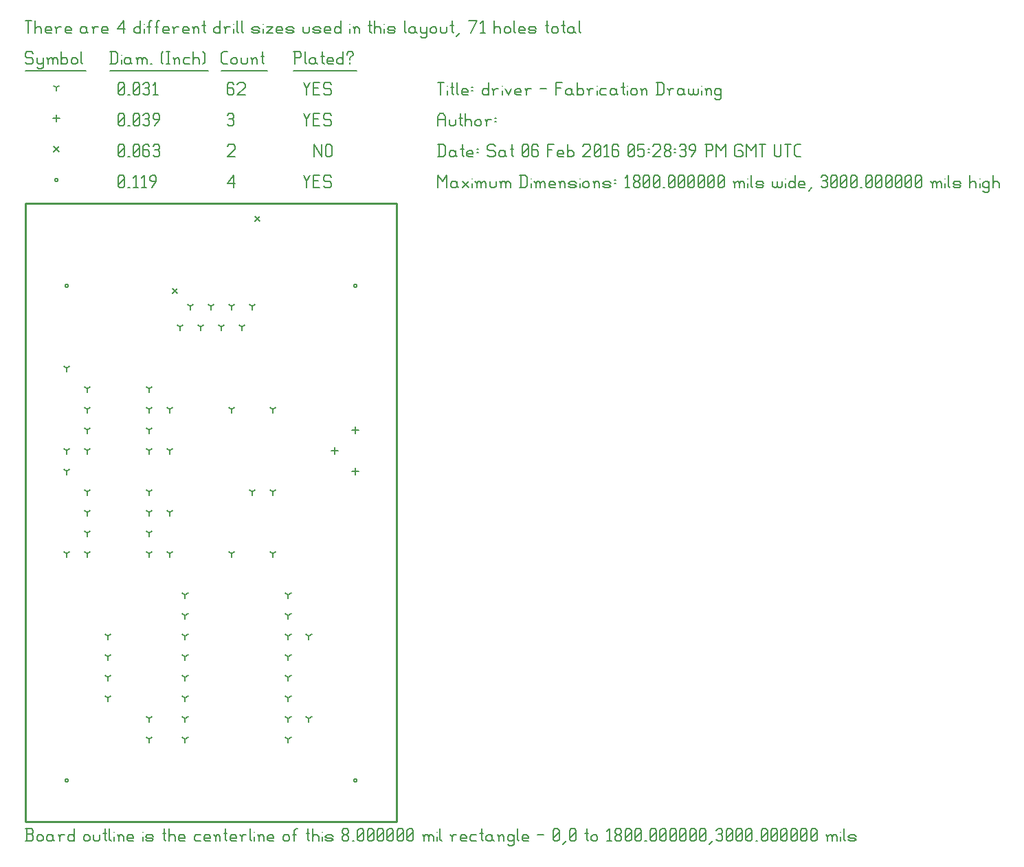
<source format=gbr>
From c3ca4f95bd59f69d45e582a4149327f57a360760 Mon Sep 17 00:00:00 2001
From: jaseg <git@jaseg.de>
Date: Sun, 30 Jan 2022 20:11:38 +0100
Subject: Rename gerbonara/gerber package to just gerbonara

---
 gerbonara/tests/resources/geda/driver.fab.gbr | 2303 +++++++++++++++++++++++++
 1 file changed, 2303 insertions(+)
 create mode 100644 gerbonara/tests/resources/geda/driver.fab.gbr

(limited to 'gerbonara/tests/resources/geda/driver.fab.gbr')

diff --git a/gerbonara/tests/resources/geda/driver.fab.gbr b/gerbonara/tests/resources/geda/driver.fab.gbr
new file mode 100644
index 0000000..6513de1
--- /dev/null
+++ b/gerbonara/tests/resources/geda/driver.fab.gbr
@@ -0,0 +1,2303 @@
+G04 start of page 10 for group -3984 idx -3984 *
+G04 Title: driver, fab *
+G04 Creator: pcb 20140316 *
+G04 CreationDate: Sat 06 Feb 2016 05:28:39 PM GMT UTC *
+G04 For: rxdtxd *
+G04 Format: Gerber/RS-274X *
+G04 PCB-Dimensions (mil): 1800.00 3000.00 *
+G04 PCB-Coordinate-Origin: lower left *
+%MOIN*%
+%FSLAX25Y25*%
+%LNFAB*%
+%ADD58C,0.0100*%
+%ADD57C,0.0075*%
+%ADD56C,0.0060*%
+%ADD55C,0.0080*%
+G54D55*X159200Y260000D02*G75*G03X160800Y260000I800J0D01*G01*
+G75*G03X159200Y260000I-800J0D01*G01*
+X19200D02*G75*G03X20800Y260000I800J0D01*G01*
+G75*G03X19200Y260000I-800J0D01*G01*
+Y20000D02*G75*G03X20800Y20000I800J0D01*G01*
+G75*G03X19200Y20000I-800J0D01*G01*
+X159200D02*G75*G03X160800Y20000I800J0D01*G01*
+G75*G03X159200Y20000I-800J0D01*G01*
+X14200Y311250D02*G75*G03X15800Y311250I800J0D01*G01*
+G75*G03X14200Y311250I-800J0D01*G01*
+G54D56*X135000Y313500D02*X136500Y310500D01*
+X138000Y313500D01*
+X136500Y310500D02*Y307500D01*
+X139800Y310800D02*X142050D01*
+X139800Y307500D02*X142800D01*
+X139800Y313500D02*Y307500D01*
+Y313500D02*X142800D01*
+X147600D02*X148350Y312750D01*
+X145350Y313500D02*X147600D01*
+X144600Y312750D02*X145350Y313500D01*
+X144600Y312750D02*Y311250D01*
+X145350Y310500D01*
+X147600D01*
+X148350Y309750D01*
+Y308250D01*
+X147600Y307500D02*X148350Y308250D01*
+X145350Y307500D02*X147600D01*
+X144600Y308250D02*X145350Y307500D01*
+X98000Y309750D02*X101000Y313500D01*
+X98000Y309750D02*X101750D01*
+X101000Y313500D02*Y307500D01*
+X45000Y308250D02*X45750Y307500D01*
+X45000Y312750D02*Y308250D01*
+Y312750D02*X45750Y313500D01*
+X47250D01*
+X48000Y312750D01*
+Y308250D01*
+X47250Y307500D02*X48000Y308250D01*
+X45750Y307500D02*X47250D01*
+X45000Y309000D02*X48000Y312000D01*
+X49800Y307500D02*X50550D01*
+X52350Y312300D02*X53550Y313500D01*
+Y307500D01*
+X52350D02*X54600D01*
+X56400Y312300D02*X57600Y313500D01*
+Y307500D01*
+X56400D02*X58650D01*
+X61200D02*X63450Y310500D01*
+Y312750D02*Y310500D01*
+X62700Y313500D02*X63450Y312750D01*
+X61200Y313500D02*X62700D01*
+X60450Y312750D02*X61200Y313500D01*
+X60450Y312750D02*Y311250D01*
+X61200Y310500D01*
+X63450D01*
+X111300Y293700D02*X113700Y291300D01*
+X111300D02*X113700Y293700D01*
+X71300Y258700D02*X73700Y256300D01*
+X71300D02*X73700Y258700D01*
+X13800Y327450D02*X16200Y325050D01*
+X13800D02*X16200Y327450D01*
+X140000Y328500D02*Y322500D01*
+Y328500D02*X143750Y322500D01*
+Y328500D02*Y322500D01*
+X145550Y327750D02*Y323250D01*
+Y327750D02*X146300Y328500D01*
+X147800D01*
+X148550Y327750D01*
+Y323250D01*
+X147800Y322500D02*X148550Y323250D01*
+X146300Y322500D02*X147800D01*
+X145550Y323250D02*X146300Y322500D01*
+X98000Y327750D02*X98750Y328500D01*
+X101000D01*
+X101750Y327750D01*
+Y326250D01*
+X98000Y322500D02*X101750Y326250D01*
+X98000Y322500D02*X101750D01*
+X45000Y323250D02*X45750Y322500D01*
+X45000Y327750D02*Y323250D01*
+Y327750D02*X45750Y328500D01*
+X47250D01*
+X48000Y327750D01*
+Y323250D01*
+X47250Y322500D02*X48000Y323250D01*
+X45750Y322500D02*X47250D01*
+X45000Y324000D02*X48000Y327000D01*
+X49800Y322500D02*X50550D01*
+X52350Y323250D02*X53100Y322500D01*
+X52350Y327750D02*Y323250D01*
+Y327750D02*X53100Y328500D01*
+X54600D01*
+X55350Y327750D01*
+Y323250D01*
+X54600Y322500D02*X55350Y323250D01*
+X53100Y322500D02*X54600D01*
+X52350Y324000D02*X55350Y327000D01*
+X59400Y328500D02*X60150Y327750D01*
+X57900Y328500D02*X59400D01*
+X57150Y327750D02*X57900Y328500D01*
+X57150Y327750D02*Y323250D01*
+X57900Y322500D01*
+X59400Y325800D02*X60150Y325050D01*
+X57150Y325800D02*X59400D01*
+X57900Y322500D02*X59400D01*
+X60150Y323250D01*
+Y325050D02*Y323250D01*
+X61950Y327750D02*X62700Y328500D01*
+X64200D01*
+X64950Y327750D01*
+X64200Y322500D02*X64950Y323250D01*
+X62700Y322500D02*X64200D01*
+X61950Y323250D02*X62700Y322500D01*
+Y325800D02*X64200D01*
+X64950Y327750D02*Y326550D01*
+Y325050D02*Y323250D01*
+Y325050D02*X64200Y325800D01*
+X64950Y326550D02*X64200Y325800D01*
+X160000Y191600D02*Y188400D01*
+X158400Y190000D02*X161600D01*
+X150000Y181600D02*Y178400D01*
+X148400Y180000D02*X151600D01*
+X160000Y171600D02*Y168400D01*
+X158400Y170000D02*X161600D01*
+X15000Y342850D02*Y339650D01*
+X13400Y341250D02*X16600D01*
+X135000Y343500D02*X136500Y340500D01*
+X138000Y343500D01*
+X136500Y340500D02*Y337500D01*
+X139800Y340800D02*X142050D01*
+X139800Y337500D02*X142800D01*
+X139800Y343500D02*Y337500D01*
+Y343500D02*X142800D01*
+X147600D02*X148350Y342750D01*
+X145350Y343500D02*X147600D01*
+X144600Y342750D02*X145350Y343500D01*
+X144600Y342750D02*Y341250D01*
+X145350Y340500D01*
+X147600D01*
+X148350Y339750D01*
+Y338250D01*
+X147600Y337500D02*X148350Y338250D01*
+X145350Y337500D02*X147600D01*
+X144600Y338250D02*X145350Y337500D01*
+X98000Y342750D02*X98750Y343500D01*
+X100250D01*
+X101000Y342750D01*
+X100250Y337500D02*X101000Y338250D01*
+X98750Y337500D02*X100250D01*
+X98000Y338250D02*X98750Y337500D01*
+Y340800D02*X100250D01*
+X101000Y342750D02*Y341550D01*
+Y340050D02*Y338250D01*
+Y340050D02*X100250Y340800D01*
+X101000Y341550D02*X100250Y340800D01*
+X45000Y338250D02*X45750Y337500D01*
+X45000Y342750D02*Y338250D01*
+Y342750D02*X45750Y343500D01*
+X47250D01*
+X48000Y342750D01*
+Y338250D01*
+X47250Y337500D02*X48000Y338250D01*
+X45750Y337500D02*X47250D01*
+X45000Y339000D02*X48000Y342000D01*
+X49800Y337500D02*X50550D01*
+X52350Y338250D02*X53100Y337500D01*
+X52350Y342750D02*Y338250D01*
+Y342750D02*X53100Y343500D01*
+X54600D01*
+X55350Y342750D01*
+Y338250D01*
+X54600Y337500D02*X55350Y338250D01*
+X53100Y337500D02*X54600D01*
+X52350Y339000D02*X55350Y342000D01*
+X57150Y342750D02*X57900Y343500D01*
+X59400D01*
+X60150Y342750D01*
+X59400Y337500D02*X60150Y338250D01*
+X57900Y337500D02*X59400D01*
+X57150Y338250D02*X57900Y337500D01*
+Y340800D02*X59400D01*
+X60150Y342750D02*Y341550D01*
+Y340050D02*Y338250D01*
+Y340050D02*X59400Y340800D01*
+X60150Y341550D02*X59400Y340800D01*
+X62700Y337500D02*X64950Y340500D01*
+Y342750D02*Y340500D01*
+X64200Y343500D02*X64950Y342750D01*
+X62700Y343500D02*X64200D01*
+X61950Y342750D02*X62700Y343500D01*
+X61950Y342750D02*Y341250D01*
+X62700Y340500D01*
+X64950D01*
+X110000Y250000D02*Y248400D01*
+Y250000D02*X111387Y250800D01*
+X110000Y250000D02*X108613Y250800D01*
+X105000Y240000D02*Y238400D01*
+Y240000D02*X106387Y240800D01*
+X105000Y240000D02*X103613Y240800D01*
+X100000Y250000D02*Y248400D01*
+Y250000D02*X101387Y250800D01*
+X100000Y250000D02*X98613Y250800D01*
+X95000Y240000D02*Y238400D01*
+Y240000D02*X96387Y240800D01*
+X95000Y240000D02*X93613Y240800D01*
+X90000Y250000D02*Y248400D01*
+Y250000D02*X91387Y250800D01*
+X90000Y250000D02*X88613Y250800D01*
+X85000Y240000D02*Y238400D01*
+Y240000D02*X86387Y240800D01*
+X85000Y240000D02*X83613Y240800D01*
+X80000Y250000D02*Y248400D01*
+Y250000D02*X81387Y250800D01*
+X80000Y250000D02*X78613Y250800D01*
+X75000Y240000D02*Y238400D01*
+Y240000D02*X76387Y240800D01*
+X75000Y240000D02*X73613Y240800D01*
+X120000Y200000D02*Y198400D01*
+Y200000D02*X121387Y200800D01*
+X120000Y200000D02*X118613Y200800D01*
+X100000Y200000D02*Y198400D01*
+Y200000D02*X101387Y200800D01*
+X100000Y200000D02*X98613Y200800D01*
+X100000Y130000D02*Y128400D01*
+Y130000D02*X101387Y130800D01*
+X100000Y130000D02*X98613Y130800D01*
+X120000Y130000D02*Y128400D01*
+Y130000D02*X121387Y130800D01*
+X120000Y130000D02*X118613Y130800D01*
+X70000Y180000D02*Y178400D01*
+Y180000D02*X71387Y180800D01*
+X70000Y180000D02*X68613Y180800D01*
+X70000Y200000D02*Y198400D01*
+Y200000D02*X71387Y200800D01*
+X70000Y200000D02*X68613Y200800D01*
+X30000Y210000D02*Y208400D01*
+Y210000D02*X31387Y210800D01*
+X30000Y210000D02*X28613Y210800D01*
+X30000Y200000D02*Y198400D01*
+Y200000D02*X31387Y200800D01*
+X30000Y200000D02*X28613Y200800D01*
+X30000Y190000D02*Y188400D01*
+Y190000D02*X31387Y190800D01*
+X30000Y190000D02*X28613Y190800D01*
+X30000Y180000D02*Y178400D01*
+Y180000D02*X31387Y180800D01*
+X30000Y180000D02*X28613Y180800D01*
+X60000Y180000D02*Y178400D01*
+Y180000D02*X61387Y180800D01*
+X60000Y180000D02*X58613Y180800D01*
+X60000Y190000D02*Y188400D01*
+Y190000D02*X61387Y190800D01*
+X60000Y190000D02*X58613Y190800D01*
+X60000Y200000D02*Y198400D01*
+Y200000D02*X61387Y200800D01*
+X60000Y200000D02*X58613Y200800D01*
+X60000Y210000D02*Y208400D01*
+Y210000D02*X61387Y210800D01*
+X60000Y210000D02*X58613Y210800D01*
+X30000Y160000D02*Y158400D01*
+Y160000D02*X31387Y160800D01*
+X30000Y160000D02*X28613Y160800D01*
+X30000Y150000D02*Y148400D01*
+Y150000D02*X31387Y150800D01*
+X30000Y150000D02*X28613Y150800D01*
+X30000Y140000D02*Y138400D01*
+Y140000D02*X31387Y140800D01*
+X30000Y140000D02*X28613Y140800D01*
+X30000Y130000D02*Y128400D01*
+Y130000D02*X31387Y130800D01*
+X30000Y130000D02*X28613Y130800D01*
+X60000Y130000D02*Y128400D01*
+Y130000D02*X61387Y130800D01*
+X60000Y130000D02*X58613Y130800D01*
+X60000Y140000D02*Y138400D01*
+Y140000D02*X61387Y140800D01*
+X60000Y140000D02*X58613Y140800D01*
+X60000Y150000D02*Y148400D01*
+Y150000D02*X61387Y150800D01*
+X60000Y150000D02*X58613Y150800D01*
+X60000Y160000D02*Y158400D01*
+Y160000D02*X61387Y160800D01*
+X60000Y160000D02*X58613Y160800D01*
+X70000Y130000D02*Y128400D01*
+Y130000D02*X71387Y130800D01*
+X70000Y130000D02*X68613Y130800D01*
+X70000Y150000D02*Y148400D01*
+Y150000D02*X71387Y150800D01*
+X70000Y150000D02*X68613Y150800D01*
+X20000Y170000D02*Y168400D01*
+Y170000D02*X21387Y170800D01*
+X20000Y170000D02*X18613Y170800D01*
+X20000Y130000D02*Y128400D01*
+Y130000D02*X21387Y130800D01*
+X20000Y130000D02*X18613Y130800D01*
+X20000Y220000D02*Y218400D01*
+Y220000D02*X21387Y220800D01*
+X20000Y220000D02*X18613Y220800D01*
+X20000Y180000D02*Y178400D01*
+Y180000D02*X21387Y180800D01*
+X20000Y180000D02*X18613Y180800D01*
+X120000Y160000D02*Y158400D01*
+Y160000D02*X121387Y160800D01*
+X120000Y160000D02*X118613Y160800D01*
+X110000Y160000D02*Y158400D01*
+Y160000D02*X111387Y160800D01*
+X110000Y160000D02*X108613Y160800D01*
+X77500Y110000D02*Y108400D01*
+Y110000D02*X78887Y110800D01*
+X77500Y110000D02*X76113Y110800D01*
+X77500Y100000D02*Y98400D01*
+Y100000D02*X78887Y100800D01*
+X77500Y100000D02*X76113Y100800D01*
+X77500Y90000D02*Y88400D01*
+Y90000D02*X78887Y90800D01*
+X77500Y90000D02*X76113Y90800D01*
+X77500Y80000D02*Y78400D01*
+Y80000D02*X78887Y80800D01*
+X77500Y80000D02*X76113Y80800D01*
+X77500Y70000D02*Y68400D01*
+Y70000D02*X78887Y70800D01*
+X77500Y70000D02*X76113Y70800D01*
+X77500Y60000D02*Y58400D01*
+Y60000D02*X78887Y60800D01*
+X77500Y60000D02*X76113Y60800D01*
+X77500Y50000D02*Y48400D01*
+Y50000D02*X78887Y50800D01*
+X77500Y50000D02*X76113Y50800D01*
+X77500Y40000D02*Y38400D01*
+Y40000D02*X78887Y40800D01*
+X77500Y40000D02*X76113Y40800D01*
+X127500Y40000D02*Y38400D01*
+Y40000D02*X128887Y40800D01*
+X127500Y40000D02*X126113Y40800D01*
+X127500Y50000D02*Y48400D01*
+Y50000D02*X128887Y50800D01*
+X127500Y50000D02*X126113Y50800D01*
+X127500Y60000D02*Y58400D01*
+Y60000D02*X128887Y60800D01*
+X127500Y60000D02*X126113Y60800D01*
+X127500Y70000D02*Y68400D01*
+Y70000D02*X128887Y70800D01*
+X127500Y70000D02*X126113Y70800D01*
+X127500Y80000D02*Y78400D01*
+Y80000D02*X128887Y80800D01*
+X127500Y80000D02*X126113Y80800D01*
+X127500Y90000D02*Y88400D01*
+Y90000D02*X128887Y90800D01*
+X127500Y90000D02*X126113Y90800D01*
+X127500Y100000D02*Y98400D01*
+Y100000D02*X128887Y100800D01*
+X127500Y100000D02*X126113Y100800D01*
+X127500Y110000D02*Y108400D01*
+Y110000D02*X128887Y110800D01*
+X127500Y110000D02*X126113Y110800D01*
+X60000Y40000D02*Y38400D01*
+Y40000D02*X61387Y40800D01*
+X60000Y40000D02*X58613Y40800D01*
+X60000Y50000D02*Y48400D01*
+Y50000D02*X61387Y50800D01*
+X60000Y50000D02*X58613Y50800D01*
+X137500Y90000D02*Y88400D01*
+Y90000D02*X138887Y90800D01*
+X137500Y90000D02*X136113Y90800D01*
+X137500Y50000D02*Y48400D01*
+Y50000D02*X138887Y50800D01*
+X137500Y50000D02*X136113Y50800D01*
+X40000Y90000D02*Y88400D01*
+Y90000D02*X41387Y90800D01*
+X40000Y90000D02*X38613Y90800D01*
+X40000Y80000D02*Y78400D01*
+Y80000D02*X41387Y80800D01*
+X40000Y80000D02*X38613Y80800D01*
+X40000Y70000D02*Y68400D01*
+Y70000D02*X41387Y70800D01*
+X40000Y70000D02*X38613Y70800D01*
+X40000Y60000D02*Y58400D01*
+Y60000D02*X41387Y60800D01*
+X40000Y60000D02*X38613Y60800D01*
+X15000Y356250D02*Y354650D01*
+Y356250D02*X16387Y357050D01*
+X15000Y356250D02*X13613Y357050D01*
+X135000Y358500D02*X136500Y355500D01*
+X138000Y358500D01*
+X136500Y355500D02*Y352500D01*
+X139800Y355800D02*X142050D01*
+X139800Y352500D02*X142800D01*
+X139800Y358500D02*Y352500D01*
+Y358500D02*X142800D01*
+X147600D02*X148350Y357750D01*
+X145350Y358500D02*X147600D01*
+X144600Y357750D02*X145350Y358500D01*
+X144600Y357750D02*Y356250D01*
+X145350Y355500D01*
+X147600D01*
+X148350Y354750D01*
+Y353250D01*
+X147600Y352500D02*X148350Y353250D01*
+X145350Y352500D02*X147600D01*
+X144600Y353250D02*X145350Y352500D01*
+X100250Y358500D02*X101000Y357750D01*
+X98750Y358500D02*X100250D01*
+X98000Y357750D02*X98750Y358500D01*
+X98000Y357750D02*Y353250D01*
+X98750Y352500D01*
+X100250Y355800D02*X101000Y355050D01*
+X98000Y355800D02*X100250D01*
+X98750Y352500D02*X100250D01*
+X101000Y353250D01*
+Y355050D02*Y353250D01*
+X102800Y357750D02*X103550Y358500D01*
+X105800D01*
+X106550Y357750D01*
+Y356250D01*
+X102800Y352500D02*X106550Y356250D01*
+X102800Y352500D02*X106550D01*
+X45000Y353250D02*X45750Y352500D01*
+X45000Y357750D02*Y353250D01*
+Y357750D02*X45750Y358500D01*
+X47250D01*
+X48000Y357750D01*
+Y353250D01*
+X47250Y352500D02*X48000Y353250D01*
+X45750Y352500D02*X47250D01*
+X45000Y354000D02*X48000Y357000D01*
+X49800Y352500D02*X50550D01*
+X52350Y353250D02*X53100Y352500D01*
+X52350Y357750D02*Y353250D01*
+Y357750D02*X53100Y358500D01*
+X54600D01*
+X55350Y357750D01*
+Y353250D01*
+X54600Y352500D02*X55350Y353250D01*
+X53100Y352500D02*X54600D01*
+X52350Y354000D02*X55350Y357000D01*
+X57150Y357750D02*X57900Y358500D01*
+X59400D01*
+X60150Y357750D01*
+X59400Y352500D02*X60150Y353250D01*
+X57900Y352500D02*X59400D01*
+X57150Y353250D02*X57900Y352500D01*
+Y355800D02*X59400D01*
+X60150Y357750D02*Y356550D01*
+Y355050D02*Y353250D01*
+Y355050D02*X59400Y355800D01*
+X60150Y356550D02*X59400Y355800D01*
+X61950Y357300D02*X63150Y358500D01*
+Y352500D01*
+X61950D02*X64200D01*
+X3000Y373500D02*X3750Y372750D01*
+X750Y373500D02*X3000D01*
+X0Y372750D02*X750Y373500D01*
+X0Y372750D02*Y371250D01*
+X750Y370500D01*
+X3000D01*
+X3750Y369750D01*
+Y368250D01*
+X3000Y367500D02*X3750Y368250D01*
+X750Y367500D02*X3000D01*
+X0Y368250D02*X750Y367500D01*
+X5550Y370500D02*Y368250D01*
+X6300Y367500D01*
+X8550Y370500D02*Y366000D01*
+X7800Y365250D02*X8550Y366000D01*
+X6300Y365250D02*X7800D01*
+X5550Y366000D02*X6300Y365250D01*
+Y367500D02*X7800D01*
+X8550Y368250D01*
+X11100Y369750D02*Y367500D01*
+Y369750D02*X11850Y370500D01*
+X12600D01*
+X13350Y369750D01*
+Y367500D01*
+Y369750D02*X14100Y370500D01*
+X14850D01*
+X15600Y369750D01*
+Y367500D01*
+X10350Y370500D02*X11100Y369750D01*
+X17400Y373500D02*Y367500D01*
+Y368250D02*X18150Y367500D01*
+X19650D01*
+X20400Y368250D01*
+Y369750D02*Y368250D01*
+X19650Y370500D02*X20400Y369750D01*
+X18150Y370500D02*X19650D01*
+X17400Y369750D02*X18150Y370500D01*
+X22200Y369750D02*Y368250D01*
+Y369750D02*X22950Y370500D01*
+X24450D01*
+X25200Y369750D01*
+Y368250D01*
+X24450Y367500D02*X25200Y368250D01*
+X22950Y367500D02*X24450D01*
+X22200Y368250D02*X22950Y367500D01*
+X27000Y373500D02*Y368250D01*
+X27750Y367500D01*
+X0Y364250D02*X29250D01*
+X41750Y373500D02*Y367500D01*
+X43700Y373500D02*X44750Y372450D01*
+Y368550D01*
+X43700Y367500D02*X44750Y368550D01*
+X41000Y367500D02*X43700D01*
+X41000Y373500D02*X43700D01*
+G54D57*X46550Y372000D02*Y371850D01*
+G54D56*Y369750D02*Y367500D01*
+X50300Y370500D02*X51050Y369750D01*
+X48800Y370500D02*X50300D01*
+X48050Y369750D02*X48800Y370500D01*
+X48050Y369750D02*Y368250D01*
+X48800Y367500D01*
+X51050Y370500D02*Y368250D01*
+X51800Y367500D01*
+X48800D02*X50300D01*
+X51050Y368250D01*
+X54350Y369750D02*Y367500D01*
+Y369750D02*X55100Y370500D01*
+X55850D01*
+X56600Y369750D01*
+Y367500D01*
+Y369750D02*X57350Y370500D01*
+X58100D01*
+X58850Y369750D01*
+Y367500D01*
+X53600Y370500D02*X54350Y369750D01*
+X60650Y367500D02*X61400D01*
+X65900Y368250D02*X66650Y367500D01*
+X65900Y372750D02*X66650Y373500D01*
+X65900Y372750D02*Y368250D01*
+X68450Y373500D02*X69950D01*
+X69200D02*Y367500D01*
+X68450D02*X69950D01*
+X72500Y369750D02*Y367500D01*
+Y369750D02*X73250Y370500D01*
+X74000D01*
+X74750Y369750D01*
+Y367500D01*
+X71750Y370500D02*X72500Y369750D01*
+X77300Y370500D02*X79550D01*
+X76550Y369750D02*X77300Y370500D01*
+X76550Y369750D02*Y368250D01*
+X77300Y367500D01*
+X79550D01*
+X81350Y373500D02*Y367500D01*
+Y369750D02*X82100Y370500D01*
+X83600D01*
+X84350Y369750D01*
+Y367500D01*
+X86150Y373500D02*X86900Y372750D01*
+Y368250D01*
+X86150Y367500D02*X86900Y368250D01*
+X41000Y364250D02*X88700D01*
+X96050Y367500D02*X98000D01*
+X95000Y368550D02*X96050Y367500D01*
+X95000Y372450D02*Y368550D01*
+Y372450D02*X96050Y373500D01*
+X98000D01*
+X99800Y369750D02*Y368250D01*
+Y369750D02*X100550Y370500D01*
+X102050D01*
+X102800Y369750D01*
+Y368250D01*
+X102050Y367500D02*X102800Y368250D01*
+X100550Y367500D02*X102050D01*
+X99800Y368250D02*X100550Y367500D01*
+X104600Y370500D02*Y368250D01*
+X105350Y367500D01*
+X106850D01*
+X107600Y368250D01*
+Y370500D02*Y368250D01*
+X110150Y369750D02*Y367500D01*
+Y369750D02*X110900Y370500D01*
+X111650D01*
+X112400Y369750D01*
+Y367500D01*
+X109400Y370500D02*X110150Y369750D01*
+X114950Y373500D02*Y368250D01*
+X115700Y367500D01*
+X114200Y371250D02*X115700D01*
+X95000Y364250D02*X117200D01*
+X130750Y373500D02*Y367500D01*
+X130000Y373500D02*X133000D01*
+X133750Y372750D01*
+Y371250D01*
+X133000Y370500D02*X133750Y371250D01*
+X130750Y370500D02*X133000D01*
+X135550Y373500D02*Y368250D01*
+X136300Y367500D01*
+X140050Y370500D02*X140800Y369750D01*
+X138550Y370500D02*X140050D01*
+X137800Y369750D02*X138550Y370500D01*
+X137800Y369750D02*Y368250D01*
+X138550Y367500D01*
+X140800Y370500D02*Y368250D01*
+X141550Y367500D01*
+X138550D02*X140050D01*
+X140800Y368250D01*
+X144100Y373500D02*Y368250D01*
+X144850Y367500D01*
+X143350Y371250D02*X144850D01*
+X147100Y367500D02*X149350D01*
+X146350Y368250D02*X147100Y367500D01*
+X146350Y369750D02*Y368250D01*
+Y369750D02*X147100Y370500D01*
+X148600D01*
+X149350Y369750D01*
+X146350Y369000D02*X149350D01*
+Y369750D02*Y369000D01*
+X154150Y373500D02*Y367500D01*
+X153400D02*X154150Y368250D01*
+X151900Y367500D02*X153400D01*
+X151150Y368250D02*X151900Y367500D01*
+X151150Y369750D02*Y368250D01*
+Y369750D02*X151900Y370500D01*
+X153400D01*
+X154150Y369750D01*
+X157450Y370500D02*Y369750D01*
+Y368250D02*Y367500D01*
+X155950Y372750D02*Y372000D01*
+Y372750D02*X156700Y373500D01*
+X158200D01*
+X158950Y372750D01*
+Y372000D01*
+X157450Y370500D02*X158950Y372000D01*
+X130000Y364250D02*X160750D01*
+X0Y388500D02*X3000D01*
+X1500D02*Y382500D01*
+X4800Y388500D02*Y382500D01*
+Y384750D02*X5550Y385500D01*
+X7050D01*
+X7800Y384750D01*
+Y382500D01*
+X10350D02*X12600D01*
+X9600Y383250D02*X10350Y382500D01*
+X9600Y384750D02*Y383250D01*
+Y384750D02*X10350Y385500D01*
+X11850D01*
+X12600Y384750D01*
+X9600Y384000D02*X12600D01*
+Y384750D02*Y384000D01*
+X15150Y384750D02*Y382500D01*
+Y384750D02*X15900Y385500D01*
+X17400D01*
+X14400D02*X15150Y384750D01*
+X19950Y382500D02*X22200D01*
+X19200Y383250D02*X19950Y382500D01*
+X19200Y384750D02*Y383250D01*
+Y384750D02*X19950Y385500D01*
+X21450D01*
+X22200Y384750D01*
+X19200Y384000D02*X22200D01*
+Y384750D02*Y384000D01*
+X28950Y385500D02*X29700Y384750D01*
+X27450Y385500D02*X28950D01*
+X26700Y384750D02*X27450Y385500D01*
+X26700Y384750D02*Y383250D01*
+X27450Y382500D01*
+X29700Y385500D02*Y383250D01*
+X30450Y382500D01*
+X27450D02*X28950D01*
+X29700Y383250D01*
+X33000Y384750D02*Y382500D01*
+Y384750D02*X33750Y385500D01*
+X35250D01*
+X32250D02*X33000Y384750D01*
+X37800Y382500D02*X40050D01*
+X37050Y383250D02*X37800Y382500D01*
+X37050Y384750D02*Y383250D01*
+Y384750D02*X37800Y385500D01*
+X39300D01*
+X40050Y384750D01*
+X37050Y384000D02*X40050D01*
+Y384750D02*Y384000D01*
+X44550Y384750D02*X47550Y388500D01*
+X44550Y384750D02*X48300D01*
+X47550Y388500D02*Y382500D01*
+X55800Y388500D02*Y382500D01*
+X55050D02*X55800Y383250D01*
+X53550Y382500D02*X55050D01*
+X52800Y383250D02*X53550Y382500D01*
+X52800Y384750D02*Y383250D01*
+Y384750D02*X53550Y385500D01*
+X55050D01*
+X55800Y384750D01*
+G54D57*X57600Y387000D02*Y386850D01*
+G54D56*Y384750D02*Y382500D01*
+X59850Y387750D02*Y382500D01*
+Y387750D02*X60600Y388500D01*
+X61350D01*
+X59100Y385500D02*X60600D01*
+X63600Y387750D02*Y382500D01*
+Y387750D02*X64350Y388500D01*
+X65100D01*
+X62850Y385500D02*X64350D01*
+X67350Y382500D02*X69600D01*
+X66600Y383250D02*X67350Y382500D01*
+X66600Y384750D02*Y383250D01*
+Y384750D02*X67350Y385500D01*
+X68850D01*
+X69600Y384750D01*
+X66600Y384000D02*X69600D01*
+Y384750D02*Y384000D01*
+X72150Y384750D02*Y382500D01*
+Y384750D02*X72900Y385500D01*
+X74400D01*
+X71400D02*X72150Y384750D01*
+X76950Y382500D02*X79200D01*
+X76200Y383250D02*X76950Y382500D01*
+X76200Y384750D02*Y383250D01*
+Y384750D02*X76950Y385500D01*
+X78450D01*
+X79200Y384750D01*
+X76200Y384000D02*X79200D01*
+Y384750D02*Y384000D01*
+X81750Y384750D02*Y382500D01*
+Y384750D02*X82500Y385500D01*
+X83250D01*
+X84000Y384750D01*
+Y382500D01*
+X81000Y385500D02*X81750Y384750D01*
+X86550Y388500D02*Y383250D01*
+X87300Y382500D01*
+X85800Y386250D02*X87300D01*
+X94500Y388500D02*Y382500D01*
+X93750D02*X94500Y383250D01*
+X92250Y382500D02*X93750D01*
+X91500Y383250D02*X92250Y382500D01*
+X91500Y384750D02*Y383250D01*
+Y384750D02*X92250Y385500D01*
+X93750D01*
+X94500Y384750D01*
+X97050D02*Y382500D01*
+Y384750D02*X97800Y385500D01*
+X99300D01*
+X96300D02*X97050Y384750D01*
+G54D57*X101100Y387000D02*Y386850D01*
+G54D56*Y384750D02*Y382500D01*
+X102600Y388500D02*Y383250D01*
+X103350Y382500D01*
+X104850Y388500D02*Y383250D01*
+X105600Y382500D01*
+X110550D02*X112800D01*
+X113550Y383250D01*
+X112800Y384000D02*X113550Y383250D01*
+X110550Y384000D02*X112800D01*
+X109800Y384750D02*X110550Y384000D01*
+X109800Y384750D02*X110550Y385500D01*
+X112800D01*
+X113550Y384750D01*
+X109800Y383250D02*X110550Y382500D01*
+G54D57*X115350Y387000D02*Y386850D01*
+G54D56*Y384750D02*Y382500D01*
+X116850Y385500D02*X119850D01*
+X116850Y382500D02*X119850Y385500D01*
+X116850Y382500D02*X119850D01*
+X122400D02*X124650D01*
+X121650Y383250D02*X122400Y382500D01*
+X121650Y384750D02*Y383250D01*
+Y384750D02*X122400Y385500D01*
+X123900D01*
+X124650Y384750D01*
+X121650Y384000D02*X124650D01*
+Y384750D02*Y384000D01*
+X127200Y382500D02*X129450D01*
+X130200Y383250D01*
+X129450Y384000D02*X130200Y383250D01*
+X127200Y384000D02*X129450D01*
+X126450Y384750D02*X127200Y384000D01*
+X126450Y384750D02*X127200Y385500D01*
+X129450D01*
+X130200Y384750D01*
+X126450Y383250D02*X127200Y382500D01*
+X134700Y385500D02*Y383250D01*
+X135450Y382500D01*
+X136950D01*
+X137700Y383250D01*
+Y385500D02*Y383250D01*
+X140250Y382500D02*X142500D01*
+X143250Y383250D01*
+X142500Y384000D02*X143250Y383250D01*
+X140250Y384000D02*X142500D01*
+X139500Y384750D02*X140250Y384000D01*
+X139500Y384750D02*X140250Y385500D01*
+X142500D01*
+X143250Y384750D01*
+X139500Y383250D02*X140250Y382500D01*
+X145800D02*X148050D01*
+X145050Y383250D02*X145800Y382500D01*
+X145050Y384750D02*Y383250D01*
+Y384750D02*X145800Y385500D01*
+X147300D01*
+X148050Y384750D01*
+X145050Y384000D02*X148050D01*
+Y384750D02*Y384000D01*
+X152850Y388500D02*Y382500D01*
+X152100D02*X152850Y383250D01*
+X150600Y382500D02*X152100D01*
+X149850Y383250D02*X150600Y382500D01*
+X149850Y384750D02*Y383250D01*
+Y384750D02*X150600Y385500D01*
+X152100D01*
+X152850Y384750D01*
+G54D57*X157350Y387000D02*Y386850D01*
+G54D56*Y384750D02*Y382500D01*
+X159600Y384750D02*Y382500D01*
+Y384750D02*X160350Y385500D01*
+X161100D01*
+X161850Y384750D01*
+Y382500D01*
+X158850Y385500D02*X159600Y384750D01*
+X167100Y388500D02*Y383250D01*
+X167850Y382500D01*
+X166350Y386250D02*X167850D01*
+X169350Y388500D02*Y382500D01*
+Y384750D02*X170100Y385500D01*
+X171600D01*
+X172350Y384750D01*
+Y382500D01*
+G54D57*X174150Y387000D02*Y386850D01*
+G54D56*Y384750D02*Y382500D01*
+X176400D02*X178650D01*
+X179400Y383250D01*
+X178650Y384000D02*X179400Y383250D01*
+X176400Y384000D02*X178650D01*
+X175650Y384750D02*X176400Y384000D01*
+X175650Y384750D02*X176400Y385500D01*
+X178650D01*
+X179400Y384750D01*
+X175650Y383250D02*X176400Y382500D01*
+X183900Y388500D02*Y383250D01*
+X184650Y382500D01*
+X188400Y385500D02*X189150Y384750D01*
+X186900Y385500D02*X188400D01*
+X186150Y384750D02*X186900Y385500D01*
+X186150Y384750D02*Y383250D01*
+X186900Y382500D01*
+X189150Y385500D02*Y383250D01*
+X189900Y382500D01*
+X186900D02*X188400D01*
+X189150Y383250D01*
+X191700Y385500D02*Y383250D01*
+X192450Y382500D01*
+X194700Y385500D02*Y381000D01*
+X193950Y380250D02*X194700Y381000D01*
+X192450Y380250D02*X193950D01*
+X191700Y381000D02*X192450Y380250D01*
+Y382500D02*X193950D01*
+X194700Y383250D01*
+X196500Y384750D02*Y383250D01*
+Y384750D02*X197250Y385500D01*
+X198750D01*
+X199500Y384750D01*
+Y383250D01*
+X198750Y382500D02*X199500Y383250D01*
+X197250Y382500D02*X198750D01*
+X196500Y383250D02*X197250Y382500D01*
+X201300Y385500D02*Y383250D01*
+X202050Y382500D01*
+X203550D01*
+X204300Y383250D01*
+Y385500D02*Y383250D01*
+X206850Y388500D02*Y383250D01*
+X207600Y382500D01*
+X206100Y386250D02*X207600D01*
+X209100Y381000D02*X210600Y382500D01*
+X215850D02*X218850Y388500D01*
+X215100D02*X218850D01*
+X220650Y387300D02*X221850Y388500D01*
+Y382500D01*
+X220650D02*X222900D01*
+X227400Y388500D02*Y382500D01*
+Y384750D02*X228150Y385500D01*
+X229650D01*
+X230400Y384750D01*
+Y382500D01*
+X232200Y384750D02*Y383250D01*
+Y384750D02*X232950Y385500D01*
+X234450D01*
+X235200Y384750D01*
+Y383250D01*
+X234450Y382500D02*X235200Y383250D01*
+X232950Y382500D02*X234450D01*
+X232200Y383250D02*X232950Y382500D01*
+X237000Y388500D02*Y383250D01*
+X237750Y382500D01*
+X240000D02*X242250D01*
+X239250Y383250D02*X240000Y382500D01*
+X239250Y384750D02*Y383250D01*
+Y384750D02*X240000Y385500D01*
+X241500D01*
+X242250Y384750D01*
+X239250Y384000D02*X242250D01*
+Y384750D02*Y384000D01*
+X244800Y382500D02*X247050D01*
+X247800Y383250D01*
+X247050Y384000D02*X247800Y383250D01*
+X244800Y384000D02*X247050D01*
+X244050Y384750D02*X244800Y384000D01*
+X244050Y384750D02*X244800Y385500D01*
+X247050D01*
+X247800Y384750D01*
+X244050Y383250D02*X244800Y382500D01*
+X253050Y388500D02*Y383250D01*
+X253800Y382500D01*
+X252300Y386250D02*X253800D01*
+X255300Y384750D02*Y383250D01*
+Y384750D02*X256050Y385500D01*
+X257550D01*
+X258300Y384750D01*
+Y383250D01*
+X257550Y382500D02*X258300Y383250D01*
+X256050Y382500D02*X257550D01*
+X255300Y383250D02*X256050Y382500D01*
+X260850Y388500D02*Y383250D01*
+X261600Y382500D01*
+X260100Y386250D02*X261600D01*
+X265350Y385500D02*X266100Y384750D01*
+X263850Y385500D02*X265350D01*
+X263100Y384750D02*X263850Y385500D01*
+X263100Y384750D02*Y383250D01*
+X263850Y382500D01*
+X266100Y385500D02*Y383250D01*
+X266850Y382500D01*
+X263850D02*X265350D01*
+X266100Y383250D01*
+X268650Y388500D02*Y383250D01*
+X269400Y382500D01*
+G54D58*X0Y300000D02*X180000D01*
+X0D02*Y0D01*
+X180000Y300000D02*Y0D01*
+X0D02*X180000D01*
+G54D56*X200000Y313500D02*Y307500D01*
+Y313500D02*X202250Y310500D01*
+X204500Y313500D01*
+Y307500D01*
+X208550Y310500D02*X209300Y309750D01*
+X207050Y310500D02*X208550D01*
+X206300Y309750D02*X207050Y310500D01*
+X206300Y309750D02*Y308250D01*
+X207050Y307500D01*
+X209300Y310500D02*Y308250D01*
+X210050Y307500D01*
+X207050D02*X208550D01*
+X209300Y308250D01*
+X211850Y310500D02*X214850Y307500D01*
+X211850D02*X214850Y310500D01*
+G54D57*X216650Y312000D02*Y311850D01*
+G54D56*Y309750D02*Y307500D01*
+X218900Y309750D02*Y307500D01*
+Y309750D02*X219650Y310500D01*
+X220400D01*
+X221150Y309750D01*
+Y307500D01*
+Y309750D02*X221900Y310500D01*
+X222650D01*
+X223400Y309750D01*
+Y307500D01*
+X218150Y310500D02*X218900Y309750D01*
+X225200Y310500D02*Y308250D01*
+X225950Y307500D01*
+X227450D01*
+X228200Y308250D01*
+Y310500D02*Y308250D01*
+X230750Y309750D02*Y307500D01*
+Y309750D02*X231500Y310500D01*
+X232250D01*
+X233000Y309750D01*
+Y307500D01*
+Y309750D02*X233750Y310500D01*
+X234500D01*
+X235250Y309750D01*
+Y307500D01*
+X230000Y310500D02*X230750Y309750D01*
+X240500Y313500D02*Y307500D01*
+X242450Y313500D02*X243500Y312450D01*
+Y308550D01*
+X242450Y307500D02*X243500Y308550D01*
+X239750Y307500D02*X242450D01*
+X239750Y313500D02*X242450D01*
+G54D57*X245300Y312000D02*Y311850D01*
+G54D56*Y309750D02*Y307500D01*
+X247550Y309750D02*Y307500D01*
+Y309750D02*X248300Y310500D01*
+X249050D01*
+X249800Y309750D01*
+Y307500D01*
+Y309750D02*X250550Y310500D01*
+X251300D01*
+X252050Y309750D01*
+Y307500D01*
+X246800Y310500D02*X247550Y309750D01*
+X254600Y307500D02*X256850D01*
+X253850Y308250D02*X254600Y307500D01*
+X253850Y309750D02*Y308250D01*
+Y309750D02*X254600Y310500D01*
+X256100D01*
+X256850Y309750D01*
+X253850Y309000D02*X256850D01*
+Y309750D02*Y309000D01*
+X259400Y309750D02*Y307500D01*
+Y309750D02*X260150Y310500D01*
+X260900D01*
+X261650Y309750D01*
+Y307500D01*
+X258650Y310500D02*X259400Y309750D01*
+X264200Y307500D02*X266450D01*
+X267200Y308250D01*
+X266450Y309000D02*X267200Y308250D01*
+X264200Y309000D02*X266450D01*
+X263450Y309750D02*X264200Y309000D01*
+X263450Y309750D02*X264200Y310500D01*
+X266450D01*
+X267200Y309750D01*
+X263450Y308250D02*X264200Y307500D01*
+G54D57*X269000Y312000D02*Y311850D01*
+G54D56*Y309750D02*Y307500D01*
+X270500Y309750D02*Y308250D01*
+Y309750D02*X271250Y310500D01*
+X272750D01*
+X273500Y309750D01*
+Y308250D01*
+X272750Y307500D02*X273500Y308250D01*
+X271250Y307500D02*X272750D01*
+X270500Y308250D02*X271250Y307500D01*
+X276050Y309750D02*Y307500D01*
+Y309750D02*X276800Y310500D01*
+X277550D01*
+X278300Y309750D01*
+Y307500D01*
+X275300Y310500D02*X276050Y309750D01*
+X280850Y307500D02*X283100D01*
+X283850Y308250D01*
+X283100Y309000D02*X283850Y308250D01*
+X280850Y309000D02*X283100D01*
+X280100Y309750D02*X280850Y309000D01*
+X280100Y309750D02*X280850Y310500D01*
+X283100D01*
+X283850Y309750D01*
+X280100Y308250D02*X280850Y307500D01*
+X285650Y311250D02*X286400D01*
+X285650Y309750D02*X286400D01*
+X290900Y312300D02*X292100Y313500D01*
+Y307500D01*
+X290900D02*X293150D01*
+X294950Y308250D02*X295700Y307500D01*
+X294950Y309450D02*Y308250D01*
+Y309450D02*X296000Y310500D01*
+X296900D01*
+X297950Y309450D01*
+Y308250D01*
+X297200Y307500D02*X297950Y308250D01*
+X295700Y307500D02*X297200D01*
+X294950Y311550D02*X296000Y310500D01*
+X294950Y312750D02*Y311550D01*
+Y312750D02*X295700Y313500D01*
+X297200D01*
+X297950Y312750D01*
+Y311550D01*
+X296900Y310500D02*X297950Y311550D01*
+X299750Y308250D02*X300500Y307500D01*
+X299750Y312750D02*Y308250D01*
+Y312750D02*X300500Y313500D01*
+X302000D01*
+X302750Y312750D01*
+Y308250D01*
+X302000Y307500D02*X302750Y308250D01*
+X300500Y307500D02*X302000D01*
+X299750Y309000D02*X302750Y312000D01*
+X304550Y308250D02*X305300Y307500D01*
+X304550Y312750D02*Y308250D01*
+Y312750D02*X305300Y313500D01*
+X306800D01*
+X307550Y312750D01*
+Y308250D01*
+X306800Y307500D02*X307550Y308250D01*
+X305300Y307500D02*X306800D01*
+X304550Y309000D02*X307550Y312000D01*
+X309350Y307500D02*X310100D01*
+X311900Y308250D02*X312650Y307500D01*
+X311900Y312750D02*Y308250D01*
+Y312750D02*X312650Y313500D01*
+X314150D01*
+X314900Y312750D01*
+Y308250D01*
+X314150Y307500D02*X314900Y308250D01*
+X312650Y307500D02*X314150D01*
+X311900Y309000D02*X314900Y312000D01*
+X316700Y308250D02*X317450Y307500D01*
+X316700Y312750D02*Y308250D01*
+Y312750D02*X317450Y313500D01*
+X318950D01*
+X319700Y312750D01*
+Y308250D01*
+X318950Y307500D02*X319700Y308250D01*
+X317450Y307500D02*X318950D01*
+X316700Y309000D02*X319700Y312000D01*
+X321500Y308250D02*X322250Y307500D01*
+X321500Y312750D02*Y308250D01*
+Y312750D02*X322250Y313500D01*
+X323750D01*
+X324500Y312750D01*
+Y308250D01*
+X323750Y307500D02*X324500Y308250D01*
+X322250Y307500D02*X323750D01*
+X321500Y309000D02*X324500Y312000D01*
+X326300Y308250D02*X327050Y307500D01*
+X326300Y312750D02*Y308250D01*
+Y312750D02*X327050Y313500D01*
+X328550D01*
+X329300Y312750D01*
+Y308250D01*
+X328550Y307500D02*X329300Y308250D01*
+X327050Y307500D02*X328550D01*
+X326300Y309000D02*X329300Y312000D01*
+X331100Y308250D02*X331850Y307500D01*
+X331100Y312750D02*Y308250D01*
+Y312750D02*X331850Y313500D01*
+X333350D01*
+X334100Y312750D01*
+Y308250D01*
+X333350Y307500D02*X334100Y308250D01*
+X331850Y307500D02*X333350D01*
+X331100Y309000D02*X334100Y312000D01*
+X335900Y308250D02*X336650Y307500D01*
+X335900Y312750D02*Y308250D01*
+Y312750D02*X336650Y313500D01*
+X338150D01*
+X338900Y312750D01*
+Y308250D01*
+X338150Y307500D02*X338900Y308250D01*
+X336650Y307500D02*X338150D01*
+X335900Y309000D02*X338900Y312000D01*
+X344150Y309750D02*Y307500D01*
+Y309750D02*X344900Y310500D01*
+X345650D01*
+X346400Y309750D01*
+Y307500D01*
+Y309750D02*X347150Y310500D01*
+X347900D01*
+X348650Y309750D01*
+Y307500D01*
+X343400Y310500D02*X344150Y309750D01*
+G54D57*X350450Y312000D02*Y311850D01*
+G54D56*Y309750D02*Y307500D01*
+X351950Y313500D02*Y308250D01*
+X352700Y307500D01*
+X354950D02*X357200D01*
+X357950Y308250D01*
+X357200Y309000D02*X357950Y308250D01*
+X354950Y309000D02*X357200D01*
+X354200Y309750D02*X354950Y309000D01*
+X354200Y309750D02*X354950Y310500D01*
+X357200D01*
+X357950Y309750D01*
+X354200Y308250D02*X354950Y307500D01*
+X362450Y310500D02*Y308250D01*
+X363200Y307500D01*
+X363950D01*
+X364700Y308250D01*
+Y310500D02*Y308250D01*
+X365450Y307500D01*
+X366200D01*
+X366950Y308250D01*
+Y310500D02*Y308250D01*
+G54D57*X368750Y312000D02*Y311850D01*
+G54D56*Y309750D02*Y307500D01*
+X373250Y313500D02*Y307500D01*
+X372500D02*X373250Y308250D01*
+X371000Y307500D02*X372500D01*
+X370250Y308250D02*X371000Y307500D01*
+X370250Y309750D02*Y308250D01*
+Y309750D02*X371000Y310500D01*
+X372500D01*
+X373250Y309750D01*
+X375800Y307500D02*X378050D01*
+X375050Y308250D02*X375800Y307500D01*
+X375050Y309750D02*Y308250D01*
+Y309750D02*X375800Y310500D01*
+X377300D01*
+X378050Y309750D01*
+X375050Y309000D02*X378050D01*
+Y309750D02*Y309000D01*
+X379850Y306000D02*X381350Y307500D01*
+X385850Y312750D02*X386600Y313500D01*
+X388100D01*
+X388850Y312750D01*
+X388100Y307500D02*X388850Y308250D01*
+X386600Y307500D02*X388100D01*
+X385850Y308250D02*X386600Y307500D01*
+Y310800D02*X388100D01*
+X388850Y312750D02*Y311550D01*
+Y310050D02*Y308250D01*
+Y310050D02*X388100Y310800D01*
+X388850Y311550D02*X388100Y310800D01*
+X390650Y308250D02*X391400Y307500D01*
+X390650Y312750D02*Y308250D01*
+Y312750D02*X391400Y313500D01*
+X392900D01*
+X393650Y312750D01*
+Y308250D01*
+X392900Y307500D02*X393650Y308250D01*
+X391400Y307500D02*X392900D01*
+X390650Y309000D02*X393650Y312000D01*
+X395450Y308250D02*X396200Y307500D01*
+X395450Y312750D02*Y308250D01*
+Y312750D02*X396200Y313500D01*
+X397700D01*
+X398450Y312750D01*
+Y308250D01*
+X397700Y307500D02*X398450Y308250D01*
+X396200Y307500D02*X397700D01*
+X395450Y309000D02*X398450Y312000D01*
+X400250Y308250D02*X401000Y307500D01*
+X400250Y312750D02*Y308250D01*
+Y312750D02*X401000Y313500D01*
+X402500D01*
+X403250Y312750D01*
+Y308250D01*
+X402500Y307500D02*X403250Y308250D01*
+X401000Y307500D02*X402500D01*
+X400250Y309000D02*X403250Y312000D01*
+X405050Y307500D02*X405800D01*
+X407600Y308250D02*X408350Y307500D01*
+X407600Y312750D02*Y308250D01*
+Y312750D02*X408350Y313500D01*
+X409850D01*
+X410600Y312750D01*
+Y308250D01*
+X409850Y307500D02*X410600Y308250D01*
+X408350Y307500D02*X409850D01*
+X407600Y309000D02*X410600Y312000D01*
+X412400Y308250D02*X413150Y307500D01*
+X412400Y312750D02*Y308250D01*
+Y312750D02*X413150Y313500D01*
+X414650D01*
+X415400Y312750D01*
+Y308250D01*
+X414650Y307500D02*X415400Y308250D01*
+X413150Y307500D02*X414650D01*
+X412400Y309000D02*X415400Y312000D01*
+X417200Y308250D02*X417950Y307500D01*
+X417200Y312750D02*Y308250D01*
+Y312750D02*X417950Y313500D01*
+X419450D01*
+X420200Y312750D01*
+Y308250D01*
+X419450Y307500D02*X420200Y308250D01*
+X417950Y307500D02*X419450D01*
+X417200Y309000D02*X420200Y312000D01*
+X422000Y308250D02*X422750Y307500D01*
+X422000Y312750D02*Y308250D01*
+Y312750D02*X422750Y313500D01*
+X424250D01*
+X425000Y312750D01*
+Y308250D01*
+X424250Y307500D02*X425000Y308250D01*
+X422750Y307500D02*X424250D01*
+X422000Y309000D02*X425000Y312000D01*
+X426800Y308250D02*X427550Y307500D01*
+X426800Y312750D02*Y308250D01*
+Y312750D02*X427550Y313500D01*
+X429050D01*
+X429800Y312750D01*
+Y308250D01*
+X429050Y307500D02*X429800Y308250D01*
+X427550Y307500D02*X429050D01*
+X426800Y309000D02*X429800Y312000D01*
+X431600Y308250D02*X432350Y307500D01*
+X431600Y312750D02*Y308250D01*
+Y312750D02*X432350Y313500D01*
+X433850D01*
+X434600Y312750D01*
+Y308250D01*
+X433850Y307500D02*X434600Y308250D01*
+X432350Y307500D02*X433850D01*
+X431600Y309000D02*X434600Y312000D01*
+X439850Y309750D02*Y307500D01*
+Y309750D02*X440600Y310500D01*
+X441350D01*
+X442100Y309750D01*
+Y307500D01*
+Y309750D02*X442850Y310500D01*
+X443600D01*
+X444350Y309750D01*
+Y307500D01*
+X439100Y310500D02*X439850Y309750D01*
+G54D57*X446150Y312000D02*Y311850D01*
+G54D56*Y309750D02*Y307500D01*
+X447650Y313500D02*Y308250D01*
+X448400Y307500D01*
+X450650D02*X452900D01*
+X453650Y308250D01*
+X452900Y309000D02*X453650Y308250D01*
+X450650Y309000D02*X452900D01*
+X449900Y309750D02*X450650Y309000D01*
+X449900Y309750D02*X450650Y310500D01*
+X452900D01*
+X453650Y309750D01*
+X449900Y308250D02*X450650Y307500D01*
+X458150Y313500D02*Y307500D01*
+Y309750D02*X458900Y310500D01*
+X460400D01*
+X461150Y309750D01*
+Y307500D01*
+G54D57*X462950Y312000D02*Y311850D01*
+G54D56*Y309750D02*Y307500D01*
+X466700Y310500D02*X467450Y309750D01*
+X465200Y310500D02*X466700D01*
+X464450Y309750D02*X465200Y310500D01*
+X464450Y309750D02*Y308250D01*
+X465200Y307500D01*
+X466700D01*
+X467450Y308250D01*
+X464450Y306000D02*X465200Y305250D01*
+X466700D01*
+X467450Y306000D01*
+Y310500D02*Y306000D01*
+X469250Y313500D02*Y307500D01*
+Y309750D02*X470000Y310500D01*
+X471500D01*
+X472250Y309750D01*
+Y307500D01*
+X0Y-9500D02*X3000D01*
+X3750Y-8750D01*
+Y-6950D02*Y-8750D01*
+X3000Y-6200D02*X3750Y-6950D01*
+X750Y-6200D02*X3000D01*
+X750Y-3500D02*Y-9500D01*
+X0Y-3500D02*X3000D01*
+X3750Y-4250D01*
+Y-5450D01*
+X3000Y-6200D02*X3750Y-5450D01*
+X5550Y-7250D02*Y-8750D01*
+Y-7250D02*X6300Y-6500D01*
+X7800D01*
+X8550Y-7250D01*
+Y-8750D01*
+X7800Y-9500D02*X8550Y-8750D01*
+X6300Y-9500D02*X7800D01*
+X5550Y-8750D02*X6300Y-9500D01*
+X12600Y-6500D02*X13350Y-7250D01*
+X11100Y-6500D02*X12600D01*
+X10350Y-7250D02*X11100Y-6500D01*
+X10350Y-7250D02*Y-8750D01*
+X11100Y-9500D01*
+X13350Y-6500D02*Y-8750D01*
+X14100Y-9500D01*
+X11100D02*X12600D01*
+X13350Y-8750D01*
+X16650Y-7250D02*Y-9500D01*
+Y-7250D02*X17400Y-6500D01*
+X18900D01*
+X15900D02*X16650Y-7250D01*
+X23700Y-3500D02*Y-9500D01*
+X22950D02*X23700Y-8750D01*
+X21450Y-9500D02*X22950D01*
+X20700Y-8750D02*X21450Y-9500D01*
+X20700Y-7250D02*Y-8750D01*
+Y-7250D02*X21450Y-6500D01*
+X22950D01*
+X23700Y-7250D01*
+X28200D02*Y-8750D01*
+Y-7250D02*X28950Y-6500D01*
+X30450D01*
+X31200Y-7250D01*
+Y-8750D01*
+X30450Y-9500D02*X31200Y-8750D01*
+X28950Y-9500D02*X30450D01*
+X28200Y-8750D02*X28950Y-9500D01*
+X33000Y-6500D02*Y-8750D01*
+X33750Y-9500D01*
+X35250D01*
+X36000Y-8750D01*
+Y-6500D02*Y-8750D01*
+X38550Y-3500D02*Y-8750D01*
+X39300Y-9500D01*
+X37800Y-5750D02*X39300D01*
+X40800Y-3500D02*Y-8750D01*
+X41550Y-9500D01*
+G54D57*X43050Y-5000D02*Y-5150D01*
+G54D56*Y-7250D02*Y-9500D01*
+X45300Y-7250D02*Y-9500D01*
+Y-7250D02*X46050Y-6500D01*
+X46800D01*
+X47550Y-7250D01*
+Y-9500D01*
+X44550Y-6500D02*X45300Y-7250D01*
+X50100Y-9500D02*X52350D01*
+X49350Y-8750D02*X50100Y-9500D01*
+X49350Y-7250D02*Y-8750D01*
+Y-7250D02*X50100Y-6500D01*
+X51600D01*
+X52350Y-7250D01*
+X49350Y-8000D02*X52350D01*
+Y-7250D02*Y-8000D01*
+G54D57*X56850Y-5000D02*Y-5150D01*
+G54D56*Y-7250D02*Y-9500D01*
+X59100D02*X61350D01*
+X62100Y-8750D01*
+X61350Y-8000D02*X62100Y-8750D01*
+X59100Y-8000D02*X61350D01*
+X58350Y-7250D02*X59100Y-8000D01*
+X58350Y-7250D02*X59100Y-6500D01*
+X61350D01*
+X62100Y-7250D01*
+X58350Y-8750D02*X59100Y-9500D01*
+X67350Y-3500D02*Y-8750D01*
+X68100Y-9500D01*
+X66600Y-5750D02*X68100D01*
+X69600Y-3500D02*Y-9500D01*
+Y-7250D02*X70350Y-6500D01*
+X71850D01*
+X72600Y-7250D01*
+Y-9500D01*
+X75150D02*X77400D01*
+X74400Y-8750D02*X75150Y-9500D01*
+X74400Y-7250D02*Y-8750D01*
+Y-7250D02*X75150Y-6500D01*
+X76650D01*
+X77400Y-7250D01*
+X74400Y-8000D02*X77400D01*
+Y-7250D02*Y-8000D01*
+X82650Y-6500D02*X84900D01*
+X81900Y-7250D02*X82650Y-6500D01*
+X81900Y-7250D02*Y-8750D01*
+X82650Y-9500D01*
+X84900D01*
+X87450D02*X89700D01*
+X86700Y-8750D02*X87450Y-9500D01*
+X86700Y-7250D02*Y-8750D01*
+Y-7250D02*X87450Y-6500D01*
+X88950D01*
+X89700Y-7250D01*
+X86700Y-8000D02*X89700D01*
+Y-7250D02*Y-8000D01*
+X92250Y-7250D02*Y-9500D01*
+Y-7250D02*X93000Y-6500D01*
+X93750D01*
+X94500Y-7250D01*
+Y-9500D01*
+X91500Y-6500D02*X92250Y-7250D01*
+X97050Y-3500D02*Y-8750D01*
+X97800Y-9500D01*
+X96300Y-5750D02*X97800D01*
+X100050Y-9500D02*X102300D01*
+X99300Y-8750D02*X100050Y-9500D01*
+X99300Y-7250D02*Y-8750D01*
+Y-7250D02*X100050Y-6500D01*
+X101550D01*
+X102300Y-7250D01*
+X99300Y-8000D02*X102300D01*
+Y-7250D02*Y-8000D01*
+X104850Y-7250D02*Y-9500D01*
+Y-7250D02*X105600Y-6500D01*
+X107100D01*
+X104100D02*X104850Y-7250D01*
+X108900Y-3500D02*Y-8750D01*
+X109650Y-9500D01*
+G54D57*X111150Y-5000D02*Y-5150D01*
+G54D56*Y-7250D02*Y-9500D01*
+X113400Y-7250D02*Y-9500D01*
+Y-7250D02*X114150Y-6500D01*
+X114900D01*
+X115650Y-7250D01*
+Y-9500D01*
+X112650Y-6500D02*X113400Y-7250D01*
+X118200Y-9500D02*X120450D01*
+X117450Y-8750D02*X118200Y-9500D01*
+X117450Y-7250D02*Y-8750D01*
+Y-7250D02*X118200Y-6500D01*
+X119700D01*
+X120450Y-7250D01*
+X117450Y-8000D02*X120450D01*
+Y-7250D02*Y-8000D01*
+X124950Y-7250D02*Y-8750D01*
+Y-7250D02*X125700Y-6500D01*
+X127200D01*
+X127950Y-7250D01*
+Y-8750D01*
+X127200Y-9500D02*X127950Y-8750D01*
+X125700Y-9500D02*X127200D01*
+X124950Y-8750D02*X125700Y-9500D01*
+X130500Y-4250D02*Y-9500D01*
+Y-4250D02*X131250Y-3500D01*
+X132000D01*
+X129750Y-6500D02*X131250D01*
+X136950Y-3500D02*Y-8750D01*
+X137700Y-9500D01*
+X136200Y-5750D02*X137700D01*
+X139200Y-3500D02*Y-9500D01*
+Y-7250D02*X139950Y-6500D01*
+X141450D01*
+X142200Y-7250D01*
+Y-9500D01*
+G54D57*X144000Y-5000D02*Y-5150D01*
+G54D56*Y-7250D02*Y-9500D01*
+X146250D02*X148500D01*
+X149250Y-8750D01*
+X148500Y-8000D02*X149250Y-8750D01*
+X146250Y-8000D02*X148500D01*
+X145500Y-7250D02*X146250Y-8000D01*
+X145500Y-7250D02*X146250Y-6500D01*
+X148500D01*
+X149250Y-7250D01*
+X145500Y-8750D02*X146250Y-9500D01*
+X153750Y-8750D02*X154500Y-9500D01*
+X153750Y-7550D02*Y-8750D01*
+Y-7550D02*X154800Y-6500D01*
+X155700D01*
+X156750Y-7550D01*
+Y-8750D01*
+X156000Y-9500D02*X156750Y-8750D01*
+X154500Y-9500D02*X156000D01*
+X153750Y-5450D02*X154800Y-6500D01*
+X153750Y-4250D02*Y-5450D01*
+Y-4250D02*X154500Y-3500D01*
+X156000D01*
+X156750Y-4250D01*
+Y-5450D01*
+X155700Y-6500D02*X156750Y-5450D01*
+X158550Y-9500D02*X159300D01*
+X161100Y-8750D02*X161850Y-9500D01*
+X161100Y-4250D02*Y-8750D01*
+Y-4250D02*X161850Y-3500D01*
+X163350D01*
+X164100Y-4250D01*
+Y-8750D01*
+X163350Y-9500D02*X164100Y-8750D01*
+X161850Y-9500D02*X163350D01*
+X161100Y-8000D02*X164100Y-5000D01*
+X165900Y-8750D02*X166650Y-9500D01*
+X165900Y-4250D02*Y-8750D01*
+Y-4250D02*X166650Y-3500D01*
+X168150D01*
+X168900Y-4250D01*
+Y-8750D01*
+X168150Y-9500D02*X168900Y-8750D01*
+X166650Y-9500D02*X168150D01*
+X165900Y-8000D02*X168900Y-5000D01*
+X170700Y-8750D02*X171450Y-9500D01*
+X170700Y-4250D02*Y-8750D01*
+Y-4250D02*X171450Y-3500D01*
+X172950D01*
+X173700Y-4250D01*
+Y-8750D01*
+X172950Y-9500D02*X173700Y-8750D01*
+X171450Y-9500D02*X172950D01*
+X170700Y-8000D02*X173700Y-5000D01*
+X175500Y-8750D02*X176250Y-9500D01*
+X175500Y-4250D02*Y-8750D01*
+Y-4250D02*X176250Y-3500D01*
+X177750D01*
+X178500Y-4250D01*
+Y-8750D01*
+X177750Y-9500D02*X178500Y-8750D01*
+X176250Y-9500D02*X177750D01*
+X175500Y-8000D02*X178500Y-5000D01*
+X180300Y-8750D02*X181050Y-9500D01*
+X180300Y-4250D02*Y-8750D01*
+Y-4250D02*X181050Y-3500D01*
+X182550D01*
+X183300Y-4250D01*
+Y-8750D01*
+X182550Y-9500D02*X183300Y-8750D01*
+X181050Y-9500D02*X182550D01*
+X180300Y-8000D02*X183300Y-5000D01*
+X185100Y-8750D02*X185850Y-9500D01*
+X185100Y-4250D02*Y-8750D01*
+Y-4250D02*X185850Y-3500D01*
+X187350D01*
+X188100Y-4250D01*
+Y-8750D01*
+X187350Y-9500D02*X188100Y-8750D01*
+X185850Y-9500D02*X187350D01*
+X185100Y-8000D02*X188100Y-5000D01*
+X193350Y-7250D02*Y-9500D01*
+Y-7250D02*X194100Y-6500D01*
+X194850D01*
+X195600Y-7250D01*
+Y-9500D01*
+Y-7250D02*X196350Y-6500D01*
+X197100D01*
+X197850Y-7250D01*
+Y-9500D01*
+X192600Y-6500D02*X193350Y-7250D01*
+G54D57*X199650Y-5000D02*Y-5150D01*
+G54D56*Y-7250D02*Y-9500D01*
+X201150Y-3500D02*Y-8750D01*
+X201900Y-9500D01*
+X206850Y-7250D02*Y-9500D01*
+Y-7250D02*X207600Y-6500D01*
+X209100D01*
+X206100D02*X206850Y-7250D01*
+X211650Y-9500D02*X213900D01*
+X210900Y-8750D02*X211650Y-9500D01*
+X210900Y-7250D02*Y-8750D01*
+Y-7250D02*X211650Y-6500D01*
+X213150D01*
+X213900Y-7250D01*
+X210900Y-8000D02*X213900D01*
+Y-7250D02*Y-8000D01*
+X216450Y-6500D02*X218700D01*
+X215700Y-7250D02*X216450Y-6500D01*
+X215700Y-7250D02*Y-8750D01*
+X216450Y-9500D01*
+X218700D01*
+X221250Y-3500D02*Y-8750D01*
+X222000Y-9500D01*
+X220500Y-5750D02*X222000D01*
+X225750Y-6500D02*X226500Y-7250D01*
+X224250Y-6500D02*X225750D01*
+X223500Y-7250D02*X224250Y-6500D01*
+X223500Y-7250D02*Y-8750D01*
+X224250Y-9500D01*
+X226500Y-6500D02*Y-8750D01*
+X227250Y-9500D01*
+X224250D02*X225750D01*
+X226500Y-8750D01*
+X229800Y-7250D02*Y-9500D01*
+Y-7250D02*X230550Y-6500D01*
+X231300D01*
+X232050Y-7250D01*
+Y-9500D01*
+X229050Y-6500D02*X229800Y-7250D01*
+X236100Y-6500D02*X236850Y-7250D01*
+X234600Y-6500D02*X236100D01*
+X233850Y-7250D02*X234600Y-6500D01*
+X233850Y-7250D02*Y-8750D01*
+X234600Y-9500D01*
+X236100D01*
+X236850Y-8750D01*
+X233850Y-11000D02*X234600Y-11750D01*
+X236100D01*
+X236850Y-11000D01*
+Y-6500D02*Y-11000D01*
+X238650Y-3500D02*Y-8750D01*
+X239400Y-9500D01*
+X241650D02*X243900D01*
+X240900Y-8750D02*X241650Y-9500D01*
+X240900Y-7250D02*Y-8750D01*
+Y-7250D02*X241650Y-6500D01*
+X243150D01*
+X243900Y-7250D01*
+X240900Y-8000D02*X243900D01*
+Y-7250D02*Y-8000D01*
+X248400Y-6500D02*X251400D01*
+X255900Y-8750D02*X256650Y-9500D01*
+X255900Y-4250D02*Y-8750D01*
+Y-4250D02*X256650Y-3500D01*
+X258150D01*
+X258900Y-4250D01*
+Y-8750D01*
+X258150Y-9500D02*X258900Y-8750D01*
+X256650Y-9500D02*X258150D01*
+X255900Y-8000D02*X258900Y-5000D01*
+X260700Y-11000D02*X262200Y-9500D01*
+X264000Y-8750D02*X264750Y-9500D01*
+X264000Y-4250D02*Y-8750D01*
+Y-4250D02*X264750Y-3500D01*
+X266250D01*
+X267000Y-4250D01*
+Y-8750D01*
+X266250Y-9500D02*X267000Y-8750D01*
+X264750Y-9500D02*X266250D01*
+X264000Y-8000D02*X267000Y-5000D01*
+X272250Y-3500D02*Y-8750D01*
+X273000Y-9500D01*
+X271500Y-5750D02*X273000D01*
+X274500Y-7250D02*Y-8750D01*
+Y-7250D02*X275250Y-6500D01*
+X276750D01*
+X277500Y-7250D01*
+Y-8750D01*
+X276750Y-9500D02*X277500Y-8750D01*
+X275250Y-9500D02*X276750D01*
+X274500Y-8750D02*X275250Y-9500D01*
+X282000Y-4700D02*X283200Y-3500D01*
+Y-9500D01*
+X282000D02*X284250D01*
+X286050Y-8750D02*X286800Y-9500D01*
+X286050Y-7550D02*Y-8750D01*
+Y-7550D02*X287100Y-6500D01*
+X288000D01*
+X289050Y-7550D01*
+Y-8750D01*
+X288300Y-9500D02*X289050Y-8750D01*
+X286800Y-9500D02*X288300D01*
+X286050Y-5450D02*X287100Y-6500D01*
+X286050Y-4250D02*Y-5450D01*
+Y-4250D02*X286800Y-3500D01*
+X288300D01*
+X289050Y-4250D01*
+Y-5450D01*
+X288000Y-6500D02*X289050Y-5450D01*
+X290850Y-8750D02*X291600Y-9500D01*
+X290850Y-4250D02*Y-8750D01*
+Y-4250D02*X291600Y-3500D01*
+X293100D01*
+X293850Y-4250D01*
+Y-8750D01*
+X293100Y-9500D02*X293850Y-8750D01*
+X291600Y-9500D02*X293100D01*
+X290850Y-8000D02*X293850Y-5000D01*
+X295650Y-8750D02*X296400Y-9500D01*
+X295650Y-4250D02*Y-8750D01*
+Y-4250D02*X296400Y-3500D01*
+X297900D01*
+X298650Y-4250D01*
+Y-8750D01*
+X297900Y-9500D02*X298650Y-8750D01*
+X296400Y-9500D02*X297900D01*
+X295650Y-8000D02*X298650Y-5000D01*
+X300450Y-9500D02*X301200D01*
+X303000Y-8750D02*X303750Y-9500D01*
+X303000Y-4250D02*Y-8750D01*
+Y-4250D02*X303750Y-3500D01*
+X305250D01*
+X306000Y-4250D01*
+Y-8750D01*
+X305250Y-9500D02*X306000Y-8750D01*
+X303750Y-9500D02*X305250D01*
+X303000Y-8000D02*X306000Y-5000D01*
+X307800Y-8750D02*X308550Y-9500D01*
+X307800Y-4250D02*Y-8750D01*
+Y-4250D02*X308550Y-3500D01*
+X310050D01*
+X310800Y-4250D01*
+Y-8750D01*
+X310050Y-9500D02*X310800Y-8750D01*
+X308550Y-9500D02*X310050D01*
+X307800Y-8000D02*X310800Y-5000D01*
+X312600Y-8750D02*X313350Y-9500D01*
+X312600Y-4250D02*Y-8750D01*
+Y-4250D02*X313350Y-3500D01*
+X314850D01*
+X315600Y-4250D01*
+Y-8750D01*
+X314850Y-9500D02*X315600Y-8750D01*
+X313350Y-9500D02*X314850D01*
+X312600Y-8000D02*X315600Y-5000D01*
+X317400Y-8750D02*X318150Y-9500D01*
+X317400Y-4250D02*Y-8750D01*
+Y-4250D02*X318150Y-3500D01*
+X319650D01*
+X320400Y-4250D01*
+Y-8750D01*
+X319650Y-9500D02*X320400Y-8750D01*
+X318150Y-9500D02*X319650D01*
+X317400Y-8000D02*X320400Y-5000D01*
+X322200Y-8750D02*X322950Y-9500D01*
+X322200Y-4250D02*Y-8750D01*
+Y-4250D02*X322950Y-3500D01*
+X324450D01*
+X325200Y-4250D01*
+Y-8750D01*
+X324450Y-9500D02*X325200Y-8750D01*
+X322950Y-9500D02*X324450D01*
+X322200Y-8000D02*X325200Y-5000D01*
+X327000Y-8750D02*X327750Y-9500D01*
+X327000Y-4250D02*Y-8750D01*
+Y-4250D02*X327750Y-3500D01*
+X329250D01*
+X330000Y-4250D01*
+Y-8750D01*
+X329250Y-9500D02*X330000Y-8750D01*
+X327750Y-9500D02*X329250D01*
+X327000Y-8000D02*X330000Y-5000D01*
+X331800Y-11000D02*X333300Y-9500D01*
+X335100Y-4250D02*X335850Y-3500D01*
+X337350D01*
+X338100Y-4250D01*
+X337350Y-9500D02*X338100Y-8750D01*
+X335850Y-9500D02*X337350D01*
+X335100Y-8750D02*X335850Y-9500D01*
+Y-6200D02*X337350D01*
+X338100Y-4250D02*Y-5450D01*
+Y-6950D02*Y-8750D01*
+Y-6950D02*X337350Y-6200D01*
+X338100Y-5450D02*X337350Y-6200D01*
+X339900Y-8750D02*X340650Y-9500D01*
+X339900Y-4250D02*Y-8750D01*
+Y-4250D02*X340650Y-3500D01*
+X342150D01*
+X342900Y-4250D01*
+Y-8750D01*
+X342150Y-9500D02*X342900Y-8750D01*
+X340650Y-9500D02*X342150D01*
+X339900Y-8000D02*X342900Y-5000D01*
+X344700Y-8750D02*X345450Y-9500D01*
+X344700Y-4250D02*Y-8750D01*
+Y-4250D02*X345450Y-3500D01*
+X346950D01*
+X347700Y-4250D01*
+Y-8750D01*
+X346950Y-9500D02*X347700Y-8750D01*
+X345450Y-9500D02*X346950D01*
+X344700Y-8000D02*X347700Y-5000D01*
+X349500Y-8750D02*X350250Y-9500D01*
+X349500Y-4250D02*Y-8750D01*
+Y-4250D02*X350250Y-3500D01*
+X351750D01*
+X352500Y-4250D01*
+Y-8750D01*
+X351750Y-9500D02*X352500Y-8750D01*
+X350250Y-9500D02*X351750D01*
+X349500Y-8000D02*X352500Y-5000D01*
+X354300Y-9500D02*X355050D01*
+X356850Y-8750D02*X357600Y-9500D01*
+X356850Y-4250D02*Y-8750D01*
+Y-4250D02*X357600Y-3500D01*
+X359100D01*
+X359850Y-4250D01*
+Y-8750D01*
+X359100Y-9500D02*X359850Y-8750D01*
+X357600Y-9500D02*X359100D01*
+X356850Y-8000D02*X359850Y-5000D01*
+X361650Y-8750D02*X362400Y-9500D01*
+X361650Y-4250D02*Y-8750D01*
+Y-4250D02*X362400Y-3500D01*
+X363900D01*
+X364650Y-4250D01*
+Y-8750D01*
+X363900Y-9500D02*X364650Y-8750D01*
+X362400Y-9500D02*X363900D01*
+X361650Y-8000D02*X364650Y-5000D01*
+X366450Y-8750D02*X367200Y-9500D01*
+X366450Y-4250D02*Y-8750D01*
+Y-4250D02*X367200Y-3500D01*
+X368700D01*
+X369450Y-4250D01*
+Y-8750D01*
+X368700Y-9500D02*X369450Y-8750D01*
+X367200Y-9500D02*X368700D01*
+X366450Y-8000D02*X369450Y-5000D01*
+X371250Y-8750D02*X372000Y-9500D01*
+X371250Y-4250D02*Y-8750D01*
+Y-4250D02*X372000Y-3500D01*
+X373500D01*
+X374250Y-4250D01*
+Y-8750D01*
+X373500Y-9500D02*X374250Y-8750D01*
+X372000Y-9500D02*X373500D01*
+X371250Y-8000D02*X374250Y-5000D01*
+X376050Y-8750D02*X376800Y-9500D01*
+X376050Y-4250D02*Y-8750D01*
+Y-4250D02*X376800Y-3500D01*
+X378300D01*
+X379050Y-4250D01*
+Y-8750D01*
+X378300Y-9500D02*X379050Y-8750D01*
+X376800Y-9500D02*X378300D01*
+X376050Y-8000D02*X379050Y-5000D01*
+X380850Y-8750D02*X381600Y-9500D01*
+X380850Y-4250D02*Y-8750D01*
+Y-4250D02*X381600Y-3500D01*
+X383100D01*
+X383850Y-4250D01*
+Y-8750D01*
+X383100Y-9500D02*X383850Y-8750D01*
+X381600Y-9500D02*X383100D01*
+X380850Y-8000D02*X383850Y-5000D01*
+X389100Y-7250D02*Y-9500D01*
+Y-7250D02*X389850Y-6500D01*
+X390600D01*
+X391350Y-7250D01*
+Y-9500D01*
+Y-7250D02*X392100Y-6500D01*
+X392850D01*
+X393600Y-7250D01*
+Y-9500D01*
+X388350Y-6500D02*X389100Y-7250D01*
+G54D57*X395400Y-5000D02*Y-5150D01*
+G54D56*Y-7250D02*Y-9500D01*
+X396900Y-3500D02*Y-8750D01*
+X397650Y-9500D01*
+X399900D02*X402150D01*
+X402900Y-8750D01*
+X402150Y-8000D02*X402900Y-8750D01*
+X399900Y-8000D02*X402150D01*
+X399150Y-7250D02*X399900Y-8000D01*
+X399150Y-7250D02*X399900Y-6500D01*
+X402150D01*
+X402900Y-7250D01*
+X399150Y-8750D02*X399900Y-9500D01*
+X200750Y328500D02*Y322500D01*
+X202700Y328500D02*X203750Y327450D01*
+Y323550D01*
+X202700Y322500D02*X203750Y323550D01*
+X200000Y322500D02*X202700D01*
+X200000Y328500D02*X202700D01*
+X207800Y325500D02*X208550Y324750D01*
+X206300Y325500D02*X207800D01*
+X205550Y324750D02*X206300Y325500D01*
+X205550Y324750D02*Y323250D01*
+X206300Y322500D01*
+X208550Y325500D02*Y323250D01*
+X209300Y322500D01*
+X206300D02*X207800D01*
+X208550Y323250D01*
+X211850Y328500D02*Y323250D01*
+X212600Y322500D01*
+X211100Y326250D02*X212600D01*
+X214850Y322500D02*X217100D01*
+X214100Y323250D02*X214850Y322500D01*
+X214100Y324750D02*Y323250D01*
+Y324750D02*X214850Y325500D01*
+X216350D01*
+X217100Y324750D01*
+X214100Y324000D02*X217100D01*
+Y324750D02*Y324000D01*
+X218900Y326250D02*X219650D01*
+X218900Y324750D02*X219650D01*
+X227150Y328500D02*X227900Y327750D01*
+X224900Y328500D02*X227150D01*
+X224150Y327750D02*X224900Y328500D01*
+X224150Y327750D02*Y326250D01*
+X224900Y325500D01*
+X227150D01*
+X227900Y324750D01*
+Y323250D01*
+X227150Y322500D02*X227900Y323250D01*
+X224900Y322500D02*X227150D01*
+X224150Y323250D02*X224900Y322500D01*
+X231950Y325500D02*X232700Y324750D01*
+X230450Y325500D02*X231950D01*
+X229700Y324750D02*X230450Y325500D01*
+X229700Y324750D02*Y323250D01*
+X230450Y322500D01*
+X232700Y325500D02*Y323250D01*
+X233450Y322500D01*
+X230450D02*X231950D01*
+X232700Y323250D01*
+X236000Y328500D02*Y323250D01*
+X236750Y322500D01*
+X235250Y326250D02*X236750D01*
+X240950Y323250D02*X241700Y322500D01*
+X240950Y327750D02*Y323250D01*
+Y327750D02*X241700Y328500D01*
+X243200D01*
+X243950Y327750D01*
+Y323250D01*
+X243200Y322500D02*X243950Y323250D01*
+X241700Y322500D02*X243200D01*
+X240950Y324000D02*X243950Y327000D01*
+X248000Y328500D02*X248750Y327750D01*
+X246500Y328500D02*X248000D01*
+X245750Y327750D02*X246500Y328500D01*
+X245750Y327750D02*Y323250D01*
+X246500Y322500D01*
+X248000Y325800D02*X248750Y325050D01*
+X245750Y325800D02*X248000D01*
+X246500Y322500D02*X248000D01*
+X248750Y323250D01*
+Y325050D02*Y323250D01*
+X253250Y328500D02*Y322500D01*
+Y328500D02*X256250D01*
+X253250Y325800D02*X255500D01*
+X258800Y322500D02*X261050D01*
+X258050Y323250D02*X258800Y322500D01*
+X258050Y324750D02*Y323250D01*
+Y324750D02*X258800Y325500D01*
+X260300D01*
+X261050Y324750D01*
+X258050Y324000D02*X261050D01*
+Y324750D02*Y324000D01*
+X262850Y328500D02*Y322500D01*
+Y323250D02*X263600Y322500D01*
+X265100D01*
+X265850Y323250D01*
+Y324750D02*Y323250D01*
+X265100Y325500D02*X265850Y324750D01*
+X263600Y325500D02*X265100D01*
+X262850Y324750D02*X263600Y325500D01*
+X270350Y327750D02*X271100Y328500D01*
+X273350D01*
+X274100Y327750D01*
+Y326250D01*
+X270350Y322500D02*X274100Y326250D01*
+X270350Y322500D02*X274100D01*
+X275900Y323250D02*X276650Y322500D01*
+X275900Y327750D02*Y323250D01*
+Y327750D02*X276650Y328500D01*
+X278150D01*
+X278900Y327750D01*
+Y323250D01*
+X278150Y322500D02*X278900Y323250D01*
+X276650Y322500D02*X278150D01*
+X275900Y324000D02*X278900Y327000D01*
+X280700Y327300D02*X281900Y328500D01*
+Y322500D01*
+X280700D02*X282950D01*
+X287000Y328500D02*X287750Y327750D01*
+X285500Y328500D02*X287000D01*
+X284750Y327750D02*X285500Y328500D01*
+X284750Y327750D02*Y323250D01*
+X285500Y322500D01*
+X287000Y325800D02*X287750Y325050D01*
+X284750Y325800D02*X287000D01*
+X285500Y322500D02*X287000D01*
+X287750Y323250D01*
+Y325050D02*Y323250D01*
+X292250D02*X293000Y322500D01*
+X292250Y327750D02*Y323250D01*
+Y327750D02*X293000Y328500D01*
+X294500D01*
+X295250Y327750D01*
+Y323250D01*
+X294500Y322500D02*X295250Y323250D01*
+X293000Y322500D02*X294500D01*
+X292250Y324000D02*X295250Y327000D01*
+X297050Y328500D02*X300050D01*
+X297050D02*Y325500D01*
+X297800Y326250D01*
+X299300D01*
+X300050Y325500D01*
+Y323250D01*
+X299300Y322500D02*X300050Y323250D01*
+X297800Y322500D02*X299300D01*
+X297050Y323250D02*X297800Y322500D01*
+X301850Y326250D02*X302600D01*
+X301850Y324750D02*X302600D01*
+X304400Y327750D02*X305150Y328500D01*
+X307400D01*
+X308150Y327750D01*
+Y326250D01*
+X304400Y322500D02*X308150Y326250D01*
+X304400Y322500D02*X308150D01*
+X309950Y323250D02*X310700Y322500D01*
+X309950Y324450D02*Y323250D01*
+Y324450D02*X311000Y325500D01*
+X311900D01*
+X312950Y324450D01*
+Y323250D01*
+X312200Y322500D02*X312950Y323250D01*
+X310700Y322500D02*X312200D01*
+X309950Y326550D02*X311000Y325500D01*
+X309950Y327750D02*Y326550D01*
+Y327750D02*X310700Y328500D01*
+X312200D01*
+X312950Y327750D01*
+Y326550D01*
+X311900Y325500D02*X312950Y326550D01*
+X314750Y326250D02*X315500D01*
+X314750Y324750D02*X315500D01*
+X317300Y327750D02*X318050Y328500D01*
+X319550D01*
+X320300Y327750D01*
+X319550Y322500D02*X320300Y323250D01*
+X318050Y322500D02*X319550D01*
+X317300Y323250D02*X318050Y322500D01*
+Y325800D02*X319550D01*
+X320300Y327750D02*Y326550D01*
+Y325050D02*Y323250D01*
+Y325050D02*X319550Y325800D01*
+X320300Y326550D02*X319550Y325800D01*
+X322850Y322500D02*X325100Y325500D01*
+Y327750D02*Y325500D01*
+X324350Y328500D02*X325100Y327750D01*
+X322850Y328500D02*X324350D01*
+X322100Y327750D02*X322850Y328500D01*
+X322100Y327750D02*Y326250D01*
+X322850Y325500D01*
+X325100D01*
+X330350Y328500D02*Y322500D01*
+X329600Y328500D02*X332600D01*
+X333350Y327750D01*
+Y326250D01*
+X332600Y325500D02*X333350Y326250D01*
+X330350Y325500D02*X332600D01*
+X335150Y328500D02*Y322500D01*
+Y328500D02*X337400Y325500D01*
+X339650Y328500D01*
+Y322500D01*
+X347150Y328500D02*X347900Y327750D01*
+X344900Y328500D02*X347150D01*
+X344150Y327750D02*X344900Y328500D01*
+X344150Y327750D02*Y323250D01*
+X344900Y322500D01*
+X347150D01*
+X347900Y323250D01*
+Y324750D02*Y323250D01*
+X347150Y325500D02*X347900Y324750D01*
+X345650Y325500D02*X347150D01*
+X349700Y328500D02*Y322500D01*
+Y328500D02*X351950Y325500D01*
+X354200Y328500D01*
+Y322500D01*
+X356000Y328500D02*X359000D01*
+X357500D02*Y322500D01*
+X363500Y328500D02*Y323250D01*
+X364250Y322500D01*
+X365750D01*
+X366500Y323250D01*
+Y328500D02*Y323250D01*
+X368300Y328500D02*X371300D01*
+X369800D02*Y322500D01*
+X374150D02*X376100D01*
+X373100Y323550D02*X374150Y322500D01*
+X373100Y327450D02*Y323550D01*
+Y327450D02*X374150Y328500D01*
+X376100D01*
+X200000Y342000D02*Y337500D01*
+Y342000D02*X201050Y343500D01*
+X202700D01*
+X203750Y342000D01*
+Y337500D01*
+X200000Y340500D02*X203750D01*
+X205550D02*Y338250D01*
+X206300Y337500D01*
+X207800D01*
+X208550Y338250D01*
+Y340500D02*Y338250D01*
+X211100Y343500D02*Y338250D01*
+X211850Y337500D01*
+X210350Y341250D02*X211850D01*
+X213350Y343500D02*Y337500D01*
+Y339750D02*X214100Y340500D01*
+X215600D01*
+X216350Y339750D01*
+Y337500D01*
+X218150Y339750D02*Y338250D01*
+Y339750D02*X218900Y340500D01*
+X220400D01*
+X221150Y339750D01*
+Y338250D01*
+X220400Y337500D02*X221150Y338250D01*
+X218900Y337500D02*X220400D01*
+X218150Y338250D02*X218900Y337500D01*
+X223700Y339750D02*Y337500D01*
+Y339750D02*X224450Y340500D01*
+X225950D01*
+X222950D02*X223700Y339750D01*
+X227750Y341250D02*X228500D01*
+X227750Y339750D02*X228500D01*
+X200000Y358500D02*X203000D01*
+X201500D02*Y352500D01*
+G54D57*X204800Y357000D02*Y356850D01*
+G54D56*Y354750D02*Y352500D01*
+X207050Y358500D02*Y353250D01*
+X207800Y352500D01*
+X206300Y356250D02*X207800D01*
+X209300Y358500D02*Y353250D01*
+X210050Y352500D01*
+X212300D02*X214550D01*
+X211550Y353250D02*X212300Y352500D01*
+X211550Y354750D02*Y353250D01*
+Y354750D02*X212300Y355500D01*
+X213800D01*
+X214550Y354750D01*
+X211550Y354000D02*X214550D01*
+Y354750D02*Y354000D01*
+X216350Y356250D02*X217100D01*
+X216350Y354750D02*X217100D01*
+X224600Y358500D02*Y352500D01*
+X223850D02*X224600Y353250D01*
+X222350Y352500D02*X223850D01*
+X221600Y353250D02*X222350Y352500D01*
+X221600Y354750D02*Y353250D01*
+Y354750D02*X222350Y355500D01*
+X223850D01*
+X224600Y354750D01*
+X227150D02*Y352500D01*
+Y354750D02*X227900Y355500D01*
+X229400D01*
+X226400D02*X227150Y354750D01*
+G54D57*X231200Y357000D02*Y356850D01*
+G54D56*Y354750D02*Y352500D01*
+X232700Y355500D02*X234200Y352500D01*
+X235700Y355500D02*X234200Y352500D01*
+X238250D02*X240500D01*
+X237500Y353250D02*X238250Y352500D01*
+X237500Y354750D02*Y353250D01*
+Y354750D02*X238250Y355500D01*
+X239750D01*
+X240500Y354750D01*
+X237500Y354000D02*X240500D01*
+Y354750D02*Y354000D01*
+X243050Y354750D02*Y352500D01*
+Y354750D02*X243800Y355500D01*
+X245300D01*
+X242300D02*X243050Y354750D01*
+X249800Y355500D02*X252800D01*
+X257300Y358500D02*Y352500D01*
+Y358500D02*X260300D01*
+X257300Y355800D02*X259550D01*
+X264350Y355500D02*X265100Y354750D01*
+X262850Y355500D02*X264350D01*
+X262100Y354750D02*X262850Y355500D01*
+X262100Y354750D02*Y353250D01*
+X262850Y352500D01*
+X265100Y355500D02*Y353250D01*
+X265850Y352500D01*
+X262850D02*X264350D01*
+X265100Y353250D01*
+X267650Y358500D02*Y352500D01*
+Y353250D02*X268400Y352500D01*
+X269900D01*
+X270650Y353250D01*
+Y354750D02*Y353250D01*
+X269900Y355500D02*X270650Y354750D01*
+X268400Y355500D02*X269900D01*
+X267650Y354750D02*X268400Y355500D01*
+X273200Y354750D02*Y352500D01*
+Y354750D02*X273950Y355500D01*
+X275450D01*
+X272450D02*X273200Y354750D01*
+G54D57*X277250Y357000D02*Y356850D01*
+G54D56*Y354750D02*Y352500D01*
+X279500Y355500D02*X281750D01*
+X278750Y354750D02*X279500Y355500D01*
+X278750Y354750D02*Y353250D01*
+X279500Y352500D01*
+X281750D01*
+X285800Y355500D02*X286550Y354750D01*
+X284300Y355500D02*X285800D01*
+X283550Y354750D02*X284300Y355500D01*
+X283550Y354750D02*Y353250D01*
+X284300Y352500D01*
+X286550Y355500D02*Y353250D01*
+X287300Y352500D01*
+X284300D02*X285800D01*
+X286550Y353250D01*
+X289850Y358500D02*Y353250D01*
+X290600Y352500D01*
+X289100Y356250D02*X290600D01*
+G54D57*X292100Y357000D02*Y356850D01*
+G54D56*Y354750D02*Y352500D01*
+X293600Y354750D02*Y353250D01*
+Y354750D02*X294350Y355500D01*
+X295850D01*
+X296600Y354750D01*
+Y353250D01*
+X295850Y352500D02*X296600Y353250D01*
+X294350Y352500D02*X295850D01*
+X293600Y353250D02*X294350Y352500D01*
+X299150Y354750D02*Y352500D01*
+Y354750D02*X299900Y355500D01*
+X300650D01*
+X301400Y354750D01*
+Y352500D01*
+X298400Y355500D02*X299150Y354750D01*
+X306650Y358500D02*Y352500D01*
+X308600Y358500D02*X309650Y357450D01*
+Y353550D01*
+X308600Y352500D02*X309650Y353550D01*
+X305900Y352500D02*X308600D01*
+X305900Y358500D02*X308600D01*
+X312200Y354750D02*Y352500D01*
+Y354750D02*X312950Y355500D01*
+X314450D01*
+X311450D02*X312200Y354750D01*
+X318500Y355500D02*X319250Y354750D01*
+X317000Y355500D02*X318500D01*
+X316250Y354750D02*X317000Y355500D01*
+X316250Y354750D02*Y353250D01*
+X317000Y352500D01*
+X319250Y355500D02*Y353250D01*
+X320000Y352500D01*
+X317000D02*X318500D01*
+X319250Y353250D01*
+X321800Y355500D02*Y353250D01*
+X322550Y352500D01*
+X323300D01*
+X324050Y353250D01*
+Y355500D02*Y353250D01*
+X324800Y352500D01*
+X325550D01*
+X326300Y353250D01*
+Y355500D02*Y353250D01*
+G54D57*X328100Y357000D02*Y356850D01*
+G54D56*Y354750D02*Y352500D01*
+X330350Y354750D02*Y352500D01*
+Y354750D02*X331100Y355500D01*
+X331850D01*
+X332600Y354750D01*
+Y352500D01*
+X329600Y355500D02*X330350Y354750D01*
+X336650Y355500D02*X337400Y354750D01*
+X335150Y355500D02*X336650D01*
+X334400Y354750D02*X335150Y355500D01*
+X334400Y354750D02*Y353250D01*
+X335150Y352500D01*
+X336650D01*
+X337400Y353250D01*
+X334400Y351000D02*X335150Y350250D01*
+X336650D01*
+X337400Y351000D01*
+Y355500D02*Y351000D01*
+M02*
-- 
cgit 


</source>
